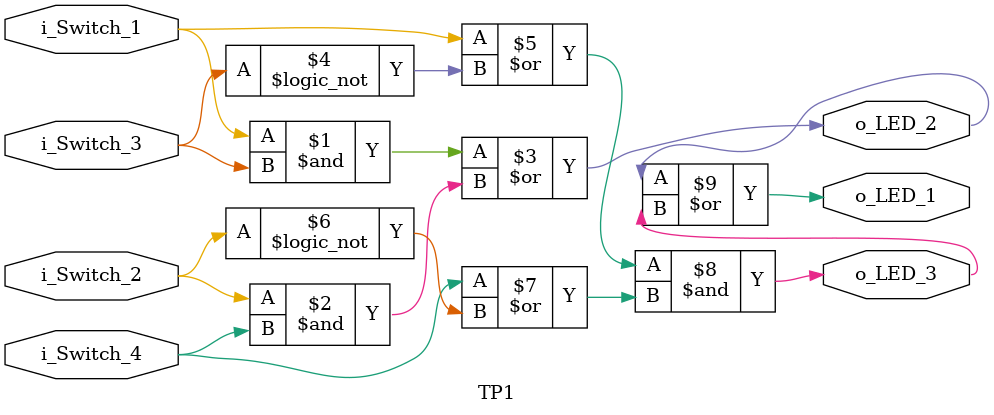
<source format=v>
module TP1
    (input i_Switch_1,
    input i_Switch_2,
    input i_Switch_3,
    input i_Switch_4,
    output o_LED_1,
    output o_LED_2,
    output o_LED_3,);

    wire w_z1, w_z2, w_z3, w_z4;


    assign o_LED_2 = (i_Switch_1 & i_Switch_3) | (i_Switch_2 & i_Switch_4);
    assign o_LED_3 = (i_Switch_1 | !(i_Switch_3)) & (i_Switch_4 | !(i_Switch_2));
    assign o_LED_1 = o_LED_2 | o_LED_3;


endmodule
</source>
